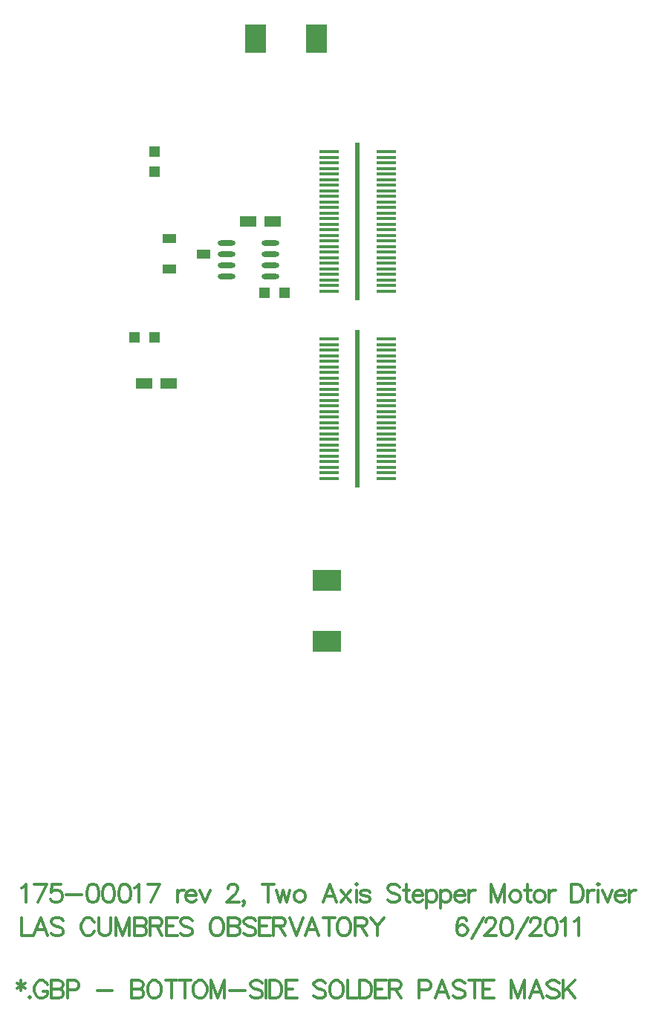
<source format=gbp>
%FSLAX23Y23*%
%MOIN*%
G70*
G01*
G75*
G04 Layer_Color=128*
%ADD10R,0.079X0.236*%
%ADD11C,0.008*%
%ADD12C,0.007*%
%ADD13C,0.050*%
%ADD14C,0.020*%
%ADD15C,0.012*%
%ADD16C,0.012*%
%ADD17C,0.012*%
%ADD18R,0.070X0.070*%
%ADD19C,0.070*%
%ADD20C,0.219*%
%ADD21C,0.276*%
%ADD22C,0.059*%
%ADD23R,0.059X0.059*%
%ADD24C,0.050*%
%ADD25C,0.024*%
%ADD26C,0.040*%
%ADD27C,0.080*%
G04:AMPARAMS|DCode=28|XSize=100mil|YSize=100mil|CornerRadius=0mil|HoleSize=0mil|Usage=FLASHONLY|Rotation=0.000|XOffset=0mil|YOffset=0mil|HoleType=Round|Shape=Relief|Width=10mil|Gap=10mil|Entries=4|*
%AMTHD28*
7,0,0,0.100,0.080,0.010,45*
%
%ADD28THD28*%
%ADD29C,0.206*%
%ADD30C,0.197*%
%ADD31C,0.075*%
G04:AMPARAMS|DCode=32|XSize=85mil|YSize=85mil|CornerRadius=0mil|HoleSize=0mil|Usage=FLASHONLY|Rotation=0.000|XOffset=0mil|YOffset=0mil|HoleType=Round|Shape=Relief|Width=10mil|Gap=10mil|Entries=4|*
%AMTHD32*
7,0,0,0.085,0.065,0.010,45*
%
%ADD32THD32*%
%ADD33C,0.065*%
G04:AMPARAMS|DCode=34|XSize=70mil|YSize=70mil|CornerRadius=0mil|HoleSize=0mil|Usage=FLASHONLY|Rotation=0.000|XOffset=0mil|YOffset=0mil|HoleType=Round|Shape=Relief|Width=10mil|Gap=10mil|Entries=4|*
%AMTHD34*
7,0,0,0.070,0.050,0.010,45*
%
%ADD34THD34*%
%ADD35C,0.068*%
G04:AMPARAMS|DCode=36|XSize=88mil|YSize=88mil|CornerRadius=0mil|HoleSize=0mil|Usage=FLASHONLY|Rotation=0.000|XOffset=0mil|YOffset=0mil|HoleType=Round|Shape=Relief|Width=10mil|Gap=10mil|Entries=4|*
%AMTHD36*
7,0,0,0.088,0.068,0.010,45*
%
%ADD36THD36*%
%ADD37C,0.075*%
%ADD38C,0.010*%
%ADD39R,0.094X0.130*%
%ADD40R,0.050X0.050*%
%ADD41R,0.078X0.048*%
%ADD42R,0.050X0.050*%
%ADD43R,0.059X0.039*%
%ADD44R,0.085X0.016*%
%ADD45R,0.020X0.709*%
%ADD46R,0.130X0.094*%
%ADD47O,0.079X0.024*%
%ADD48C,0.005*%
%ADD49C,0.030*%
%ADD50C,0.008*%
%ADD51C,0.006*%
%ADD52C,0.015*%
%ADD53R,0.149X0.227*%
%ADD54R,0.087X0.244*%
%ADD55R,0.078X0.078*%
%ADD56C,0.078*%
%ADD57C,0.227*%
%ADD58C,0.284*%
%ADD59C,0.067*%
%ADD60R,0.067X0.067*%
%ADD61C,0.032*%
%ADD62C,0.058*%
%ADD63R,0.160X0.710*%
%ADD64R,0.120X0.972*%
%ADD65R,0.102X0.138*%
%ADD66R,0.058X0.058*%
%ADD67R,0.086X0.056*%
%ADD68R,0.058X0.058*%
%ADD69R,0.067X0.047*%
%ADD70R,0.138X0.102*%
%ADD71O,0.087X0.032*%
D16*
X31018Y19113D02*
Y19033D01*
X31063D01*
X31133D02*
X31103Y19113D01*
X31072Y19033D01*
X31084Y19059D02*
X31122D01*
X31205Y19101D02*
X31198Y19109D01*
X31186Y19113D01*
X31171D01*
X31159Y19109D01*
X31152Y19101D01*
Y19094D01*
X31156Y19086D01*
X31159Y19082D01*
X31167Y19078D01*
X31190Y19071D01*
X31198Y19067D01*
X31201Y19063D01*
X31205Y19055D01*
Y19044D01*
X31198Y19036D01*
X31186Y19033D01*
X31171D01*
X31159Y19036D01*
X31152Y19044D01*
X31343Y19094D02*
X31339Y19101D01*
X31332Y19109D01*
X31324Y19113D01*
X31309D01*
X31301Y19109D01*
X31294Y19101D01*
X31290Y19094D01*
X31286Y19082D01*
Y19063D01*
X31290Y19052D01*
X31294Y19044D01*
X31301Y19036D01*
X31309Y19033D01*
X31324D01*
X31332Y19036D01*
X31339Y19044D01*
X31343Y19052D01*
X31366Y19113D02*
Y19055D01*
X31369Y19044D01*
X31377Y19036D01*
X31388Y19033D01*
X31396D01*
X31407Y19036D01*
X31415Y19044D01*
X31419Y19055D01*
Y19113D01*
X31441D02*
Y19033D01*
Y19113D02*
X31471Y19033D01*
X31502Y19113D02*
X31471Y19033D01*
X31502Y19113D02*
Y19033D01*
X31525Y19113D02*
Y19033D01*
Y19113D02*
X31559D01*
X31570Y19109D01*
X31574Y19105D01*
X31578Y19097D01*
Y19090D01*
X31574Y19082D01*
X31570Y19078D01*
X31559Y19075D01*
X31525D02*
X31559D01*
X31570Y19071D01*
X31574Y19067D01*
X31578Y19059D01*
Y19048D01*
X31574Y19040D01*
X31570Y19036D01*
X31559Y19033D01*
X31525D01*
X31596Y19113D02*
Y19033D01*
Y19113D02*
X31630D01*
X31642Y19109D01*
X31645Y19105D01*
X31649Y19097D01*
Y19090D01*
X31645Y19082D01*
X31642Y19078D01*
X31630Y19075D01*
X31596D01*
X31623D02*
X31649Y19033D01*
X31717Y19113D02*
X31667D01*
Y19033D01*
X31717D01*
X31667Y19075D02*
X31698D01*
X31783Y19101D02*
X31776Y19109D01*
X31764Y19113D01*
X31749D01*
X31738Y19109D01*
X31730Y19101D01*
Y19094D01*
X31734Y19086D01*
X31738Y19082D01*
X31745Y19078D01*
X31768Y19071D01*
X31776Y19067D01*
X31780Y19063D01*
X31783Y19055D01*
Y19044D01*
X31776Y19036D01*
X31764Y19033D01*
X31749D01*
X31738Y19036D01*
X31730Y19044D01*
X31887Y19113D02*
X31879Y19109D01*
X31872Y19101D01*
X31868Y19094D01*
X31864Y19082D01*
Y19063D01*
X31868Y19052D01*
X31872Y19044D01*
X31879Y19036D01*
X31887Y19033D01*
X31902D01*
X31910Y19036D01*
X31917Y19044D01*
X31921Y19052D01*
X31925Y19063D01*
Y19082D01*
X31921Y19094D01*
X31917Y19101D01*
X31910Y19109D01*
X31902Y19113D01*
X31887D01*
X31944D02*
Y19033D01*
Y19113D02*
X31978D01*
X31989Y19109D01*
X31993Y19105D01*
X31997Y19097D01*
Y19090D01*
X31993Y19082D01*
X31989Y19078D01*
X31978Y19075D01*
X31944D02*
X31978D01*
X31989Y19071D01*
X31993Y19067D01*
X31997Y19059D01*
Y19048D01*
X31993Y19040D01*
X31989Y19036D01*
X31978Y19033D01*
X31944D01*
X32068Y19101D02*
X32061Y19109D01*
X32049Y19113D01*
X32034D01*
X32023Y19109D01*
X32015Y19101D01*
Y19094D01*
X32019Y19086D01*
X32023Y19082D01*
X32030Y19078D01*
X32053Y19071D01*
X32061Y19067D01*
X32064Y19063D01*
X32068Y19055D01*
Y19044D01*
X32061Y19036D01*
X32049Y19033D01*
X32034D01*
X32023Y19036D01*
X32015Y19044D01*
X32136Y19113D02*
X32086D01*
Y19033D01*
X32136D01*
X32086Y19075D02*
X32117D01*
X32149Y19113D02*
Y19033D01*
Y19113D02*
X32183D01*
X32195Y19109D01*
X32198Y19105D01*
X32202Y19097D01*
Y19090D01*
X32198Y19082D01*
X32195Y19078D01*
X32183Y19075D01*
X32149D01*
X32176D02*
X32202Y19033D01*
X32220Y19113D02*
X32251Y19033D01*
X32281Y19113D02*
X32251Y19033D01*
X32352D02*
X32322Y19113D01*
X32291Y19033D01*
X32303Y19059D02*
X32341D01*
X32398Y19113D02*
Y19033D01*
X32371Y19113D02*
X32424D01*
X32457D02*
X32449Y19109D01*
X32441Y19101D01*
X32438Y19094D01*
X32434Y19082D01*
Y19063D01*
X32438Y19052D01*
X32441Y19044D01*
X32449Y19036D01*
X32457Y19033D01*
X32472D01*
X32480Y19036D01*
X32487Y19044D01*
X32491Y19052D01*
X32495Y19063D01*
Y19082D01*
X32491Y19094D01*
X32487Y19101D01*
X32480Y19109D01*
X32472Y19113D01*
X32457D01*
X32513D02*
Y19033D01*
Y19113D02*
X32548D01*
X32559Y19109D01*
X32563Y19105D01*
X32567Y19097D01*
Y19090D01*
X32563Y19082D01*
X32559Y19078D01*
X32548Y19075D01*
X32513D01*
X32540D02*
X32567Y19033D01*
X32585Y19113D02*
X32615Y19075D01*
Y19033D01*
X32646Y19113D02*
X32615Y19075D01*
X33016Y19101D02*
X33012Y19109D01*
X33001Y19113D01*
X32993D01*
X32982Y19109D01*
X32974Y19097D01*
X32970Y19078D01*
Y19059D01*
X32974Y19044D01*
X32982Y19036D01*
X32993Y19033D01*
X32997D01*
X33008Y19036D01*
X33016Y19044D01*
X33020Y19055D01*
Y19059D01*
X33016Y19071D01*
X33008Y19078D01*
X32997Y19082D01*
X32993D01*
X32982Y19078D01*
X32974Y19071D01*
X32970Y19059D01*
X33037Y19021D02*
X33090Y19113D01*
X33100Y19094D02*
Y19097D01*
X33103Y19105D01*
X33107Y19109D01*
X33115Y19113D01*
X33130D01*
X33138Y19109D01*
X33142Y19105D01*
X33145Y19097D01*
Y19090D01*
X33142Y19082D01*
X33134Y19071D01*
X33096Y19033D01*
X33149D01*
X33190Y19113D02*
X33178Y19109D01*
X33171Y19097D01*
X33167Y19078D01*
Y19067D01*
X33171Y19048D01*
X33178Y19036D01*
X33190Y19033D01*
X33198D01*
X33209Y19036D01*
X33217Y19048D01*
X33220Y19067D01*
Y19078D01*
X33217Y19097D01*
X33209Y19109D01*
X33198Y19113D01*
X33190D01*
X33238Y19021D02*
X33292Y19113D01*
X33301Y19094D02*
Y19097D01*
X33305Y19105D01*
X33308Y19109D01*
X33316Y19113D01*
X33331D01*
X33339Y19109D01*
X33343Y19105D01*
X33346Y19097D01*
Y19090D01*
X33343Y19082D01*
X33335Y19071D01*
X33297Y19033D01*
X33350D01*
X33391Y19113D02*
X33380Y19109D01*
X33372Y19097D01*
X33368Y19078D01*
Y19067D01*
X33372Y19048D01*
X33380Y19036D01*
X33391Y19033D01*
X33399D01*
X33410Y19036D01*
X33418Y19048D01*
X33421Y19067D01*
Y19078D01*
X33418Y19097D01*
X33410Y19109D01*
X33399Y19113D01*
X33391D01*
X33439Y19097D02*
X33447Y19101D01*
X33458Y19113D01*
Y19033D01*
X33498Y19097D02*
X33506Y19101D01*
X33517Y19113D01*
Y19033D01*
D17*
X31016Y18832D02*
Y18786D01*
X30997Y18821D02*
X31035Y18798D01*
Y18821D02*
X30997Y18798D01*
X31055Y18760D02*
X31051Y18756D01*
X31055Y18752D01*
X31059Y18756D01*
X31055Y18760D01*
X31133Y18813D02*
X31130Y18821D01*
X31122Y18828D01*
X31114Y18832D01*
X31099D01*
X31092Y18828D01*
X31084Y18821D01*
X31080Y18813D01*
X31076Y18802D01*
Y18783D01*
X31080Y18771D01*
X31084Y18763D01*
X31092Y18756D01*
X31099Y18752D01*
X31114D01*
X31122Y18756D01*
X31130Y18763D01*
X31133Y18771D01*
Y18783D01*
X31114D02*
X31133D01*
X31152Y18832D02*
Y18752D01*
Y18832D02*
X31186D01*
X31197Y18828D01*
X31201Y18824D01*
X31205Y18817D01*
Y18809D01*
X31201Y18802D01*
X31197Y18798D01*
X31186Y18794D01*
X31152D02*
X31186D01*
X31197Y18790D01*
X31201Y18786D01*
X31205Y18779D01*
Y18767D01*
X31201Y18760D01*
X31197Y18756D01*
X31186Y18752D01*
X31152D01*
X31223Y18790D02*
X31257D01*
X31269Y18794D01*
X31272Y18798D01*
X31276Y18805D01*
Y18817D01*
X31272Y18824D01*
X31269Y18828D01*
X31257Y18832D01*
X31223D01*
Y18752D01*
X31357Y18786D02*
X31426D01*
X31512Y18832D02*
Y18752D01*
Y18832D02*
X31546D01*
X31558Y18828D01*
X31562Y18824D01*
X31565Y18817D01*
Y18809D01*
X31562Y18802D01*
X31558Y18798D01*
X31546Y18794D01*
X31512D02*
X31546D01*
X31558Y18790D01*
X31562Y18786D01*
X31565Y18779D01*
Y18767D01*
X31562Y18760D01*
X31558Y18756D01*
X31546Y18752D01*
X31512D01*
X31606Y18832D02*
X31599Y18828D01*
X31591Y18821D01*
X31587Y18813D01*
X31583Y18802D01*
Y18783D01*
X31587Y18771D01*
X31591Y18763D01*
X31599Y18756D01*
X31606Y18752D01*
X31621D01*
X31629Y18756D01*
X31637Y18763D01*
X31640Y18771D01*
X31644Y18783D01*
Y18802D01*
X31640Y18813D01*
X31637Y18821D01*
X31629Y18828D01*
X31621Y18832D01*
X31606D01*
X31690D02*
Y18752D01*
X31663Y18832D02*
X31716D01*
X31752D02*
Y18752D01*
X31726Y18832D02*
X31779D01*
X31811D02*
X31804Y18828D01*
X31796Y18821D01*
X31792Y18813D01*
X31789Y18802D01*
Y18783D01*
X31792Y18771D01*
X31796Y18763D01*
X31804Y18756D01*
X31811Y18752D01*
X31827D01*
X31834Y18756D01*
X31842Y18763D01*
X31846Y18771D01*
X31850Y18783D01*
Y18802D01*
X31846Y18813D01*
X31842Y18821D01*
X31834Y18828D01*
X31827Y18832D01*
X31811D01*
X31868D02*
Y18752D01*
Y18832D02*
X31899Y18752D01*
X31929Y18832D02*
X31899Y18752D01*
X31929Y18832D02*
Y18752D01*
X31952Y18786D02*
X32021D01*
X32097Y18821D02*
X32090Y18828D01*
X32078Y18832D01*
X32063D01*
X32052Y18828D01*
X32044Y18821D01*
Y18813D01*
X32048Y18805D01*
X32052Y18802D01*
X32059Y18798D01*
X32082Y18790D01*
X32090Y18786D01*
X32094Y18783D01*
X32097Y18775D01*
Y18763D01*
X32090Y18756D01*
X32078Y18752D01*
X32063D01*
X32052Y18756D01*
X32044Y18763D01*
X32115Y18832D02*
Y18752D01*
X32132Y18832D02*
Y18752D01*
Y18832D02*
X32159D01*
X32170Y18828D01*
X32178Y18821D01*
X32182Y18813D01*
X32185Y18802D01*
Y18783D01*
X32182Y18771D01*
X32178Y18763D01*
X32170Y18756D01*
X32159Y18752D01*
X32132D01*
X32253Y18832D02*
X32203D01*
Y18752D01*
X32253D01*
X32203Y18794D02*
X32234D01*
X32382Y18821D02*
X32375Y18828D01*
X32363Y18832D01*
X32348D01*
X32337Y18828D01*
X32329Y18821D01*
Y18813D01*
X32333Y18805D01*
X32337Y18802D01*
X32344Y18798D01*
X32367Y18790D01*
X32375Y18786D01*
X32379Y18783D01*
X32382Y18775D01*
Y18763D01*
X32375Y18756D01*
X32363Y18752D01*
X32348D01*
X32337Y18756D01*
X32329Y18763D01*
X32423Y18832D02*
X32415Y18828D01*
X32408Y18821D01*
X32404Y18813D01*
X32400Y18802D01*
Y18783D01*
X32404Y18771D01*
X32408Y18763D01*
X32415Y18756D01*
X32423Y18752D01*
X32438D01*
X32446Y18756D01*
X32454Y18763D01*
X32457Y18771D01*
X32461Y18783D01*
Y18802D01*
X32457Y18813D01*
X32454Y18821D01*
X32446Y18828D01*
X32438Y18832D01*
X32423D01*
X32480D02*
Y18752D01*
X32526D01*
X32534Y18832D02*
Y18752D01*
Y18832D02*
X32561D01*
X32572Y18828D01*
X32580Y18821D01*
X32584Y18813D01*
X32588Y18802D01*
Y18783D01*
X32584Y18771D01*
X32580Y18763D01*
X32572Y18756D01*
X32561Y18752D01*
X32534D01*
X32655Y18832D02*
X32606D01*
Y18752D01*
X32655D01*
X32606Y18794D02*
X32636D01*
X32668Y18832D02*
Y18752D01*
Y18832D02*
X32703D01*
X32714Y18828D01*
X32718Y18824D01*
X32722Y18817D01*
Y18809D01*
X32718Y18802D01*
X32714Y18798D01*
X32703Y18794D01*
X32668D01*
X32695D02*
X32722Y18752D01*
X32802Y18790D02*
X32837D01*
X32848Y18794D01*
X32852Y18798D01*
X32856Y18805D01*
Y18817D01*
X32852Y18824D01*
X32848Y18828D01*
X32837Y18832D01*
X32802D01*
Y18752D01*
X32935D02*
X32904Y18832D01*
X32874Y18752D01*
X32885Y18779D02*
X32923D01*
X33007Y18821D02*
X32999Y18828D01*
X32988Y18832D01*
X32972D01*
X32961Y18828D01*
X32953Y18821D01*
Y18813D01*
X32957Y18805D01*
X32961Y18802D01*
X32969Y18798D01*
X32991Y18790D01*
X32999Y18786D01*
X33003Y18783D01*
X33007Y18775D01*
Y18763D01*
X32999Y18756D01*
X32988Y18752D01*
X32972D01*
X32961Y18756D01*
X32953Y18763D01*
X33051Y18832D02*
Y18752D01*
X33025Y18832D02*
X33078D01*
X33137D02*
X33087D01*
Y18752D01*
X33137D01*
X33087Y18794D02*
X33118D01*
X33213Y18832D02*
Y18752D01*
Y18832D02*
X33244Y18752D01*
X33274Y18832D02*
X33244Y18752D01*
X33274Y18832D02*
Y18752D01*
X33358D02*
X33327Y18832D01*
X33297Y18752D01*
X33308Y18779D02*
X33346D01*
X33430Y18821D02*
X33422Y18828D01*
X33411Y18832D01*
X33395D01*
X33384Y18828D01*
X33376Y18821D01*
Y18813D01*
X33380Y18805D01*
X33384Y18802D01*
X33392Y18798D01*
X33415Y18790D01*
X33422Y18786D01*
X33426Y18783D01*
X33430Y18775D01*
Y18763D01*
X33422Y18756D01*
X33411Y18752D01*
X33395D01*
X33384Y18756D01*
X33376Y18763D01*
X33448Y18832D02*
Y18752D01*
X33501Y18832D02*
X33448Y18779D01*
X33467Y18798D02*
X33501Y18752D01*
X31018Y19247D02*
X31025Y19251D01*
X31037Y19263D01*
Y19183D01*
X31130Y19263D02*
X31092Y19183D01*
X31076Y19263D02*
X31130D01*
X31193D02*
X31155D01*
X31151Y19228D01*
X31155Y19232D01*
X31167Y19236D01*
X31178D01*
X31190Y19232D01*
X31197Y19225D01*
X31201Y19213D01*
Y19205D01*
X31197Y19194D01*
X31190Y19186D01*
X31178Y19183D01*
X31167D01*
X31155Y19186D01*
X31151Y19190D01*
X31148Y19198D01*
X31219Y19217D02*
X31287D01*
X31334Y19263D02*
X31322Y19259D01*
X31315Y19247D01*
X31311Y19228D01*
Y19217D01*
X31315Y19198D01*
X31322Y19186D01*
X31334Y19183D01*
X31342D01*
X31353Y19186D01*
X31361Y19198D01*
X31364Y19217D01*
Y19228D01*
X31361Y19247D01*
X31353Y19259D01*
X31342Y19263D01*
X31334D01*
X31405D02*
X31394Y19259D01*
X31386Y19247D01*
X31382Y19228D01*
Y19217D01*
X31386Y19198D01*
X31394Y19186D01*
X31405Y19183D01*
X31413D01*
X31424Y19186D01*
X31432Y19198D01*
X31436Y19217D01*
Y19228D01*
X31432Y19247D01*
X31424Y19259D01*
X31413Y19263D01*
X31405D01*
X31476D02*
X31465Y19259D01*
X31457Y19247D01*
X31454Y19228D01*
Y19217D01*
X31457Y19198D01*
X31465Y19186D01*
X31476Y19183D01*
X31484D01*
X31495Y19186D01*
X31503Y19198D01*
X31507Y19217D01*
Y19228D01*
X31503Y19247D01*
X31495Y19259D01*
X31484Y19263D01*
X31476D01*
X31525Y19247D02*
X31532Y19251D01*
X31544Y19263D01*
Y19183D01*
X31637Y19263D02*
X31599Y19183D01*
X31583Y19263D02*
X31637D01*
X31717Y19236D02*
Y19183D01*
Y19213D02*
X31721Y19225D01*
X31729Y19232D01*
X31736Y19236D01*
X31748D01*
X31755Y19213D02*
X31801D01*
Y19221D01*
X31797Y19228D01*
X31793Y19232D01*
X31786Y19236D01*
X31774D01*
X31767Y19232D01*
X31759Y19225D01*
X31755Y19213D01*
Y19205D01*
X31759Y19194D01*
X31767Y19186D01*
X31774Y19183D01*
X31786D01*
X31793Y19186D01*
X31801Y19194D01*
X31818Y19236D02*
X31841Y19183D01*
X31864Y19236D02*
X31841Y19183D01*
X31943Y19244D02*
Y19247D01*
X31947Y19255D01*
X31951Y19259D01*
X31959Y19263D01*
X31974D01*
X31981Y19259D01*
X31985Y19255D01*
X31989Y19247D01*
Y19240D01*
X31985Y19232D01*
X31978Y19221D01*
X31939Y19183D01*
X31993D01*
X32018Y19186D02*
X32015Y19183D01*
X32011Y19186D01*
X32015Y19190D01*
X32018Y19186D01*
Y19179D01*
X32015Y19171D01*
X32011Y19167D01*
X32125Y19263D02*
Y19183D01*
X32099Y19263D02*
X32152D01*
X32162Y19236D02*
X32177Y19183D01*
X32192Y19236D02*
X32177Y19183D01*
X32192Y19236D02*
X32207Y19183D01*
X32222Y19236D02*
X32207Y19183D01*
X32260Y19236D02*
X32253Y19232D01*
X32245Y19225D01*
X32241Y19213D01*
Y19205D01*
X32245Y19194D01*
X32253Y19186D01*
X32260Y19183D01*
X32272D01*
X32279Y19186D01*
X32287Y19194D01*
X32291Y19205D01*
Y19213D01*
X32287Y19225D01*
X32279Y19232D01*
X32272Y19236D01*
X32260D01*
X32432Y19183D02*
X32401Y19263D01*
X32371Y19183D01*
X32382Y19209D02*
X32421D01*
X32451Y19236D02*
X32493Y19183D01*
Y19236D02*
X32451Y19183D01*
X32517Y19263D02*
X32521Y19259D01*
X32525Y19263D01*
X32521Y19266D01*
X32517Y19263D01*
X32521Y19236D02*
Y19183D01*
X32581Y19225D02*
X32577Y19232D01*
X32565Y19236D01*
X32554D01*
X32542Y19232D01*
X32539Y19225D01*
X32542Y19217D01*
X32550Y19213D01*
X32569Y19209D01*
X32577Y19205D01*
X32581Y19198D01*
Y19194D01*
X32577Y19186D01*
X32565Y19183D01*
X32554D01*
X32542Y19186D01*
X32539Y19194D01*
X32713Y19251D02*
X32706Y19259D01*
X32694Y19263D01*
X32679D01*
X32668Y19259D01*
X32660Y19251D01*
Y19244D01*
X32664Y19236D01*
X32668Y19232D01*
X32675Y19228D01*
X32698Y19221D01*
X32706Y19217D01*
X32710Y19213D01*
X32713Y19205D01*
Y19194D01*
X32706Y19186D01*
X32694Y19183D01*
X32679D01*
X32668Y19186D01*
X32660Y19194D01*
X32743Y19263D02*
Y19198D01*
X32747Y19186D01*
X32754Y19183D01*
X32762D01*
X32731Y19236D02*
X32758D01*
X32773Y19213D02*
X32819D01*
Y19221D01*
X32815Y19228D01*
X32811Y19232D01*
X32804Y19236D01*
X32792D01*
X32785Y19232D01*
X32777Y19225D01*
X32773Y19213D01*
Y19205D01*
X32777Y19194D01*
X32785Y19186D01*
X32792Y19183D01*
X32804D01*
X32811Y19186D01*
X32819Y19194D01*
X32836Y19236D02*
Y19156D01*
Y19225D02*
X32844Y19232D01*
X32851Y19236D01*
X32863D01*
X32870Y19232D01*
X32878Y19225D01*
X32882Y19213D01*
Y19205D01*
X32878Y19194D01*
X32870Y19186D01*
X32863Y19183D01*
X32851D01*
X32844Y19186D01*
X32836Y19194D01*
X32899Y19236D02*
Y19156D01*
Y19225D02*
X32907Y19232D01*
X32914Y19236D01*
X32926D01*
X32933Y19232D01*
X32941Y19225D01*
X32945Y19213D01*
Y19205D01*
X32941Y19194D01*
X32933Y19186D01*
X32926Y19183D01*
X32914D01*
X32907Y19186D01*
X32899Y19194D01*
X32962Y19213D02*
X33007D01*
Y19221D01*
X33004Y19228D01*
X33000Y19232D01*
X32992Y19236D01*
X32981D01*
X32973Y19232D01*
X32966Y19225D01*
X32962Y19213D01*
Y19205D01*
X32966Y19194D01*
X32973Y19186D01*
X32981Y19183D01*
X32992D01*
X33000Y19186D01*
X33007Y19194D01*
X33025Y19236D02*
Y19183D01*
Y19213D02*
X33028Y19225D01*
X33036Y19232D01*
X33044Y19236D01*
X33055D01*
X33125Y19263D02*
Y19183D01*
Y19263D02*
X33156Y19183D01*
X33186Y19263D02*
X33156Y19183D01*
X33186Y19263D02*
Y19183D01*
X33228Y19236D02*
X33220Y19232D01*
X33213Y19225D01*
X33209Y19213D01*
Y19205D01*
X33213Y19194D01*
X33220Y19186D01*
X33228Y19183D01*
X33239D01*
X33247Y19186D01*
X33255Y19194D01*
X33258Y19205D01*
Y19213D01*
X33255Y19225D01*
X33247Y19232D01*
X33239Y19236D01*
X33228D01*
X33287Y19263D02*
Y19198D01*
X33291Y19186D01*
X33299Y19183D01*
X33306D01*
X33276Y19236D02*
X33303D01*
X33337D02*
X33329Y19232D01*
X33322Y19225D01*
X33318Y19213D01*
Y19205D01*
X33322Y19194D01*
X33329Y19186D01*
X33337Y19183D01*
X33348D01*
X33356Y19186D01*
X33364Y19194D01*
X33367Y19205D01*
Y19213D01*
X33364Y19225D01*
X33356Y19232D01*
X33348Y19236D01*
X33337D01*
X33385D02*
Y19183D01*
Y19213D02*
X33389Y19225D01*
X33396Y19232D01*
X33404Y19236D01*
X33415D01*
X33485Y19263D02*
Y19183D01*
Y19263D02*
X33512D01*
X33524Y19259D01*
X33531Y19251D01*
X33535Y19244D01*
X33539Y19232D01*
Y19213D01*
X33535Y19202D01*
X33531Y19194D01*
X33524Y19186D01*
X33512Y19183D01*
X33485D01*
X33557Y19236D02*
Y19183D01*
Y19213D02*
X33560Y19225D01*
X33568Y19232D01*
X33576Y19236D01*
X33587D01*
X33602Y19263D02*
X33606Y19259D01*
X33610Y19263D01*
X33606Y19266D01*
X33602Y19263D01*
X33606Y19236D02*
Y19183D01*
X33624Y19236D02*
X33647Y19183D01*
X33669Y19236D02*
X33647Y19183D01*
X33682Y19213D02*
X33728D01*
Y19221D01*
X33724Y19228D01*
X33720Y19232D01*
X33713Y19236D01*
X33701D01*
X33694Y19232D01*
X33686Y19225D01*
X33682Y19213D01*
Y19205D01*
X33686Y19194D01*
X33694Y19186D01*
X33701Y19183D01*
X33713D01*
X33720Y19186D01*
X33728Y19194D01*
X33745Y19236D02*
Y19183D01*
Y19213D02*
X33749Y19225D01*
X33757Y19232D01*
X33764Y19236D01*
X33776D01*
D39*
X32342Y23055D02*
D03*
X32068D02*
D03*
D40*
X31613Y22459D02*
D03*
Y22549D02*
D03*
D41*
X32143Y22236D02*
D03*
X32033D02*
D03*
X31568Y21511D02*
D03*
X31678D02*
D03*
D42*
X31523Y21716D02*
D03*
X31613D02*
D03*
X32198Y21916D02*
D03*
X32108D02*
D03*
D43*
X31681Y22022D02*
D03*
X31835Y22091D02*
D03*
X31681Y22160D02*
D03*
D44*
X32398Y22549D02*
D03*
X32653D02*
D03*
X32398Y22449D02*
D03*
Y22474D02*
D03*
Y22499D02*
D03*
X32653Y22449D02*
D03*
Y22474D02*
D03*
Y22499D02*
D03*
X32398Y22374D02*
D03*
Y22399D02*
D03*
Y22424D02*
D03*
X32653Y22374D02*
D03*
Y22399D02*
D03*
Y22424D02*
D03*
X32398Y22299D02*
D03*
Y22324D02*
D03*
X32653Y22299D02*
D03*
Y22324D02*
D03*
X32398Y22224D02*
D03*
Y22249D02*
D03*
X32653Y22224D02*
D03*
Y22249D02*
D03*
X32398Y22149D02*
D03*
Y22174D02*
D03*
X32653Y22149D02*
D03*
Y22174D02*
D03*
X32398Y22049D02*
D03*
Y22074D02*
D03*
Y22099D02*
D03*
X32653Y22049D02*
D03*
Y22074D02*
D03*
Y22099D02*
D03*
X32398Y21974D02*
D03*
Y21999D02*
D03*
Y22024D02*
D03*
X32653Y21974D02*
D03*
Y21999D02*
D03*
Y22024D02*
D03*
X32398Y21924D02*
D03*
X32653D02*
D03*
X32398Y21659D02*
D03*
Y21684D02*
D03*
X32653Y21659D02*
D03*
Y21684D02*
D03*
X32398Y21584D02*
D03*
Y21609D02*
D03*
X32653Y21584D02*
D03*
Y21609D02*
D03*
X32398Y21509D02*
D03*
Y21534D02*
D03*
X32653Y21509D02*
D03*
Y21534D02*
D03*
X32398Y21409D02*
D03*
Y21434D02*
D03*
Y21459D02*
D03*
X32653Y21409D02*
D03*
Y21434D02*
D03*
Y21459D02*
D03*
X32398Y21334D02*
D03*
Y21359D02*
D03*
Y21384D02*
D03*
X32653Y21334D02*
D03*
Y21359D02*
D03*
Y21384D02*
D03*
X32398Y21259D02*
D03*
Y21284D02*
D03*
X32653Y21259D02*
D03*
Y21284D02*
D03*
X32398Y21184D02*
D03*
Y21209D02*
D03*
X32653Y21184D02*
D03*
Y21209D02*
D03*
X32398Y21109D02*
D03*
Y21134D02*
D03*
X32653Y21109D02*
D03*
Y21134D02*
D03*
X32398Y22524D02*
D03*
X32653D02*
D03*
X32398Y22124D02*
D03*
Y22199D02*
D03*
Y22274D02*
D03*
Y22349D02*
D03*
X32653Y22124D02*
D03*
Y22199D02*
D03*
Y22274D02*
D03*
Y22349D02*
D03*
X32398Y21949D02*
D03*
X32653D02*
D03*
X32398Y21484D02*
D03*
Y21559D02*
D03*
Y21634D02*
D03*
Y21709D02*
D03*
X32653Y21484D02*
D03*
Y21559D02*
D03*
Y21634D02*
D03*
Y21709D02*
D03*
X32398Y21159D02*
D03*
Y21234D02*
D03*
Y21309D02*
D03*
X32653Y21159D02*
D03*
Y21234D02*
D03*
Y21309D02*
D03*
X32398Y21084D02*
D03*
X32653D02*
D03*
D45*
X32526Y21396D02*
D03*
Y22236D02*
D03*
D46*
X32388Y20628D02*
D03*
Y20354D02*
D03*
D47*
X31939Y21991D02*
D03*
Y22041D02*
D03*
Y22091D02*
D03*
Y22141D02*
D03*
X32136Y21991D02*
D03*
Y22041D02*
D03*
Y22091D02*
D03*
Y22141D02*
D03*
M02*

</source>
